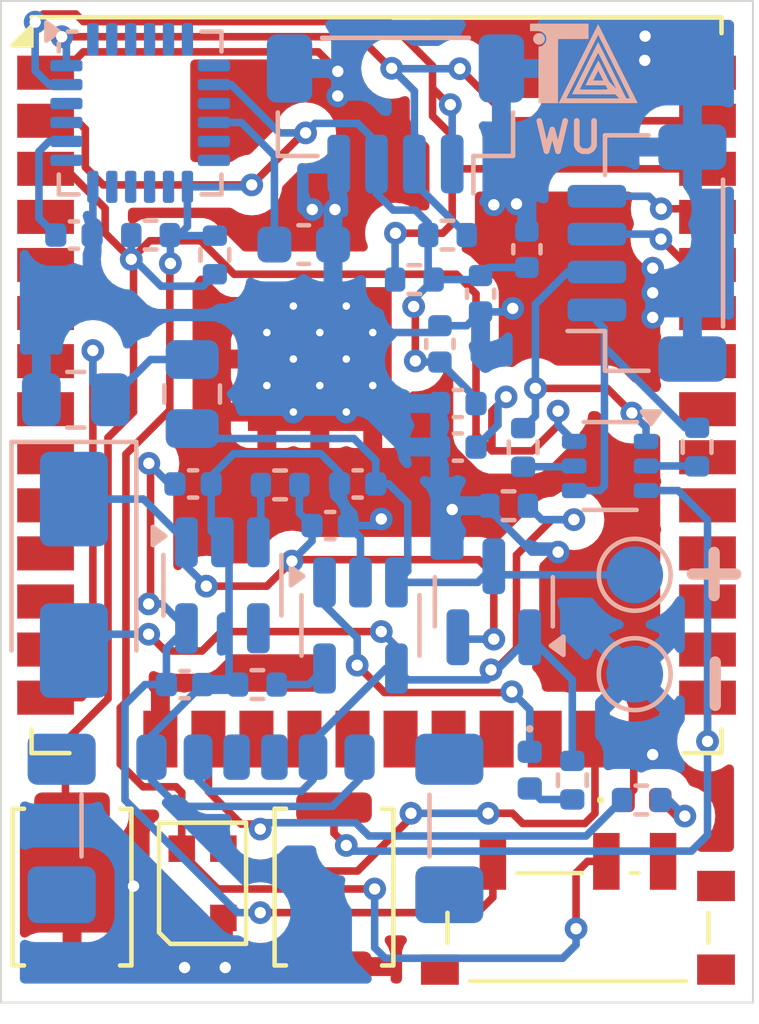
<source format=kicad_pcb>
(kicad_pcb (version 20240108) (generator "pcbnew") (generator_version "8.0")
  (layers (0 "F.Cu" signal) (31 "B.Cu" signal) (34 "B.Paste" user) (35 "F.Paste" user) (36 "B.SilkS" user "B.Silkscreen") (37 "F.SilkS" user "F.Silkscreen") (38 "B.Mask" user) (39 "F.Mask" user) (44 "Edge.Cuts" user))
  (net 0 "")
  (net 1 "+BATT")
  (net 2 "GND")
  (net 3 "Net-(D1-K)")
  (net 4 "+3V3")
  (net 5 "VBUS")
  (net 6 "Net-(U4-REGOUT)")
  (net 7 "Net-(U4-CPOUT)")
  (net 8 "Net-(D2-A)")
  (net 9 "Net-(D2-K)")
  (net 10 "EN")
  (net 11 "Net-(D4-A)")
  (net 13 "RGB_DI")
  (net 14 "DTR")
  (net 15 "RTS")
  (net 16 "TX")
  (net 17 "RX")
  (net 18 "SDA")
  (net 19 "SCL")
  (net 20 "Net-(Q2B-B2)")
  (net 21 "Net-(Q2A-B1)")
  (net 22 "0")
  (net 23 "Net-(U1-EN)")
  (net 24 "LED")
  (net 25 "Net-(U3-PROG)")
  (net 26 "SENSE")
  (net 77 "Net-(SW3-A)")
  (footprint "RF_Module:ESP32-WROOM-32U" (layer "F.Cu") (at 98.1 44.07)
    (property "Reference" "U2" (hide yes))
    (property "Value" "ESP32-WROOM-32U" (hide yes))
  )
  (footprint "Button_Switch_SMD:SW_Push_SPST_NO_Alps_SKRK" (layer "F.Cu") (at 90.05 57.33 90)
    (property "Reference" "SW1" (hide yes))
    (property "Value" "Reset" (hide yes))
  )
  (footprint "Button_Switch_SMD:SW_Push_SPST_NO_Alps_SKRK" (layer "F.Cu") (at 96.975 57.33 90)
    (property "Reference" "SW2" (hide yes))
    (property "Value" "Boot" (hide yes))
  )
  (footprint "LED_SMD:LED_WS2812B-2020_PLCC4_2.0x2.0mm" (layer "F.Cu") (at 93.5 57.23 90)
    (property "Reference" "D5" (hide yes))
    (property "Value" "WS2812B-2020" (hide yes))
  )
  (footprint "Button_Switch_SMD:SW_SPDT_PCM12" (layer "F.Cu") (at 103.425 58.08)
    (property "Reference" "SW3" (hide yes))
    (property "Value" "SW_SPDT" (hide yes))
  )
  (footprint "LED_SMD:LED_0402_1005Metric" (layer "F.Cu") (at 105.1175 55.03)
    (property "Reference" "D4" (hide yes))
    (property "Value" "LED" (hide yes))
  )
  (footprint "Capacitor_SMD:C_0402_1005Metric" (layer "B.Cu") (at 100.25 44.555 180)
    (property "Reference" "C7" (hide yes))
    (property "Value" "10uF" (hide yes))
  )
  (footprint "Resistor_SMD:R_0402_1005Metric" (layer "B.Cu") (at 92.125 40.105 180)
    (property "Reference" "R13" (hide yes))
    (property "Value" "5.1K" (hide yes))
  )
  (footprint "Resistor_SMD:R_0805_2012Metric" (layer "B.Cu") (at 93.225 44.305 90)
    (property "Reference" "R11" (hide yes))
    (property "Value" "442K" (hide yes))
  )
  (footprint "Resistor_SMD:R_0402_1005Metric" (layer "B.Cu") (at 101.59 47.255 180)
    (property "Reference" "R1" (hide yes))
    (property "Value" "100K" (hide yes))
  )
  (footprint "Capacitor_SMD:C_0402_1005Metric" (layer "B.Cu") (at 97.6 46.68 180)
    (property "Reference" "C5" (hide yes))
    (property "Value" "10uF" (hide yes))
  )
  (footprint "Capacitor_SMD:C_0402_1005Metric" (layer "B.Cu") (at 96.875 47.78)
    (property "Reference" "C1" (hide yes))
    (property "Value" "10uF" (hide yes))
  )
  (footprint "Capacitor_SMD:C_0402_1005Metric" (layer "B.Cu") (at 90.1 40.105)
    (property "Reference" "C8" (hide yes))
    (property "Value" "0.1uF" (hide yes))
  )
  (footprint "Resistor_SMD:R_0402_1005Metric" (layer "B.Cu") (at 99.975 40.105)
    (property "Reference" "R10" (hide yes))
    (property "Value" "5.1K" (hide yes))
  )
  (footprint "TestPoint:TestPoint_Pad_D1.5mm" (layer "B.Cu") (at 104.925 51.705 -90)
    (property "Reference" "TP2" (hide yes))
    (property "Value" "BAT-" (hide yes))
  )
  (footprint "TestPoint:TestPoint_Pad_D1.5mm" (layer "B.Cu") (at 104.925 49.08 -90)
    (property "Reference" "TP1" (hide yes))
    (property "Value" "BAT+" (hide yes))
  )
  (footprint "Capacitor_SMD:C_0402_1005Metric" (layer "B.Cu") (at 100.25 45.705 180)
    (property "Reference" "C11" (hide yes))
    (property "Value" "10uF" (hide yes))
  )
  (footprint "Resistor_SMD:R_0402_1005Metric" (layer "B.Cu") (at 105.1 55.03)
    (property "Reference" "R8" (hide yes))
    (property "Value" "5.1k" (hide yes))
  )
  (footprint "Capacitor_SMD:C_0402_1005Metric" (layer "B.Cu") (at 93.025 51.98)
    (property "Reference" "C3" (hide yes))
    (property "Value" "10uF" (hide yes))
  )
  (footprint "Resistor_SMD:R_0402_1005Metric" (layer "B.Cu") (at 95.55 46.705 180)
    (property "Reference" "R4" (hide yes))
    (property "Value" "100K" (hide yes))
  )
  (footprint "Connector_USB:USB_C_Receptacle_GCT_USB4135-GF-A_6P_TopMnt_Horizontal" (layer "B.Cu") (at 94.9 56.93 180)
    (property "Reference" "J3" (hide yes))
    (property "Value" "USB_C_Receptacle_PowerOnly_6P" (hide yes))
  )
  (footprint "Capacitor_SMD:C_0402_1005Metric" (layer "B.Cu") (at 99.775 42.98 90)
    (property "Reference" "C10" (hide yes))
    (property "Value" "10uF" (hide yes))
  )
  (footprint "Capacitor_SMD:C_0402_1005Metric" (layer "B.Cu") (at 100.85 41.655 -90)
    (property "Reference" "C9" (hide yes))
    (property "Value" "10uF" (hide yes))
  )
  (footprint "Resistor_SMD:R_0402_1005Metric" (layer "B.Cu") (at 93.825 40.63 -90)
    (property "Reference" "R5" (hide yes))
    (property "Value" "10K" (hide yes))
  )
  (footprint "Package_TO_SOT_SMD:SOT-363_SC-70-6" (layer "B.Cu") (at 104.275 46.205 180)
    (property "Reference" "Q2" (hide yes))
    (property "Value" "MBT3904DW1" (hide yes))
  )
  (footprint "Resistor_SMD:R_0402_1005Metric" (layer "B.Cu") (at 103.275 54.505 -90)
    (property "Reference" "R6" (hide yes))
    (property "Value" "5.1K" (hide yes))
  )
  (footprint "Capacitor_SMD:C_0603_1608Metric" (layer "B.Cu") (at 96.175 40.355 180)
    (property "Reference" "C6" (hide yes))
    (property "Value" "2.2nF" (hide yes))
  )
  (footprint "Resistor_SMD:R_0402_1005Metric" (layer "B.Cu") (at 101.975 45.715 -90)
    (property "Reference" "R3" (hide yes))
    (property "Value" "10K" (hide yes))
  )
  (footprint "LOGO" (layer "B.Cu") (at 103.659116 35.544616 180)
    (property "Reference" "G***" (hide yes))
    (property "Value" "LOGO" (hide yes))
  )
  (footprint "Resistor_SMD:R_0805_2012Metric" (layer "B.Cu") (at 90.15 44.455 180)
    (property "Reference" "R12" (hide yes))
    (property "Value" "160K" (hide yes))
  )
  (footprint "Connector_JST:JST_SH_BM04B-SRSS-TB_1x04-1MP_P1.00mm_Vertical" (layer "B.Cu") (at 98.6 36.905 180)
    (property "Reference" "J2" (hide yes))
    (property "Value" "SH1.0" (hide yes))
  )
  (footprint "Sensor_Motion:InvenSense_QFN-24_4x4mm_P0.5mm_NoMask" (layer "B.Cu") (at 91.85 36.88 -90)
    (property "Reference" "U4" (hide yes))
    (property "Value" "MPU-6050" (hide yes))
  )
  (footprint "Capacitor_SMD:C_0402_1005Metric" (layer "B.Cu") (at 93.25 46.68)
    (property "Reference" "C2" (hide yes))
    (property "Value" "10uF" (hide yes))
  )
  (footprint "Package_TO_SOT_SMD:SOT-23" (layer "B.Cu") (at 101.2 49.7925 90)
    (property "Reference" "Q1" (hide yes))
    (property "Value" "AO3401A" (hide yes))
  )
  (footprint "Capacitor_SMD:C_0402_1005Metric" (layer "B.Cu") (at 102.075 40.48 90)
    (property "Reference" "C4" (hide yes))
    (property "Value" "10uF" (hide yes))
  )
  (footprint "Package_TO_SOT_SMD:SOT-23-5" (layer "B.Cu") (at 94.025 49.355 -90)
    (property "Reference" "U1" (hide yes))
    (property "Value" "AP2112K-3.3" (hide yes))
  )
  (footprint "Resistor_SMD:R_0402_1005Metric" (layer "B.Cu") (at 94.95 51.98 180)
    (property "Reference" "R9" (hide yes))
    (property "Value" "5.1K" (hide yes))
  )
  (footprint "Resistor_SMD:R_0402_1005Metric" (layer "B.Cu") (at 99.1 41.28 180)
    (property "Reference" "R7" (hide yes))
    (property "Value" "5.1K" (hide yes))
  )
  (footprint "Resistor_SMD:R_0402_1005Metric" (layer "B.Cu") (at 106.575 45.705 -90)
    (property "Reference" "R2" (hide yes))
    (property "Value" "10K" (hide yes))
  )
  (footprint "Package_TO_SOT_SMD:SOT-23-5" (layer "B.Cu") (at 97.675 50.4175 -90)
    (property "Reference" "U3" (hide yes))
    (property "Value" "MCP73831-2-OT" (hide yes))
  )
  (footprint "Connector_JST:JST_SH_BM04B-SRSS-TB_1x04-1MP_P1.00mm_Vertical" (layer "B.Cu") (at 105.25 40.58 90)
    (property "Reference" "J1" (hide yes))
    (property "Value" "SH1.0" (hide yes))
  )
  (footprint "LED_SMD:LED_0402_1005Metric" (layer "B.Cu") (at 102.15 54.24 -90)
    (property "Reference" "D2" (hide yes))
    (property "Value" "LED" (hide yes))
  )
  (footprint "Diode_SMD:D_SMA" (layer "B.Cu") (at 90.1 49.08 -90)
    (property "Reference" "D1" (hide yes))
    (property "Value" "SS54" (hide yes))
  )
  (gr_line (start 108.05 33.92) (end 108.05 60.38) (stroke (width 0.05)) (layer "Edge.Cuts"))
  (gr_line (start 88.17 60.38) (end 108.05 60.38) (stroke (width 0.05)) (layer "Edge.Cuts"))
  (gr_line (start 108.05 33.92) (end 88.17 33.92) (stroke (width 0.05)) (layer "Edge.Cuts"))
  (gr_line (start 88.17 33.92) (end 88.17 60.38) (stroke (width 0.05)) (layer "Edge.Cuts"))
  (gr_text "UW" (at 104.14 37.995 0) (layer "B.SilkS") (effects (font (size 0.8 0.8) (thickness 0.15) (bold yes)) (justify left bottom mirror)))
  (gr_text "+" (at 108.15 49.83 0) (layer "B.SilkS") (effects (font (size 1.5 1.5) (thickness 0.3) (bold yes)) (justify left bottom mirror)))
  (gr_text "-" (at 107.825 50.83 90) (layer "B.SilkS") (effects (font (size 1.5 1.5) (thickness 0.3) (bold yes)) (justify left bottom mirror)))
  (segment (start 98.425 46.68) (end 98.08 46.68) (width 0.2) (layer "B.Cu") (net 1))
  (segment (start 100.775 49.28) (end 98.625 49.28) (width 0.2) (layer "B.Cu") (net 1))
  (segment (start 98.925 47.18) (end 98.425 46.68) (width 0.2) (layer "B.Cu") (net 1))
  (segment (start 101.2 48.855) (end 100.775 49.28) (width 0.2) (layer "B.Cu") (net 1))
  (segment (start 98.925 48.98) (end 98.925 47.18) (width 0.2) (layer "B.Cu") (net 1))
  (segment (start 101.425 49.08) (end 101.2 48.855) (width 0.2) (layer "B.Cu") (net 1))
  (segment (start 98.08 46.06) (end 98.08 46.68) (width 0.2) (layer "B.Cu") (net 1))
  (segment (start 93.4875 45.48) (end 97.5 45.48) (width 0.2) (layer "B.Cu") (net 1))
  (segment (start 98.625 49.28) (end 98.925 48.98) (width 0.2) (layer "B.Cu") (net 1))
  (segment (start 93.225 45.2175) (end 93.4875 45.48) (width 0.2) (layer "B.Cu") (net 1))
  (segment (start 97.5 45.48) (end 98.08 46.06) (width 0.2) (layer "B.Cu") (net 1))
  (segment (start 104.925 49.08) (end 101.425 49.08) (width 0.2) (layer "B.Cu") (net 1))
  (segment (start 104.9 54.7625) (end 104.6325 55.03) (width 0.2) (layer "F.Cu") (net 2))
  (segment (start 96.559998 35.264998) (end 97.075 35.78) (width 0.2) (layer "F.Cu") (net 2))
  (segment (start 89.35 35.815) (end 89.798527 35.815) (width 0.2) (layer "F.Cu") (net 2))
  (segment (start 102.9 49.68) (end 104.925 51.705) (width 0.2) (layer "F.Cu") (net 2))
  (segment (start 104.9 51.73) (end 104.9 54.7625) (width 0.2) (layer "F.Cu") (net 2))
  (segment (start 102.9 48.48) (end 102.9 49.68) (width 0.2) (layer "F.Cu") (net 2))
  (segment (start 89.798527 35.815) (end 90.348529 35.264998) (width 0.2) (layer "F.Cu") (net 2))
  (segment (start 90.348529 35.264998) (end 96.559998 35.264998) (width 0.2) (layer "F.Cu") (net 2))
  (segment (start 104.925 51.705) (end 104.9 51.73) (width 0.2) (layer "F.Cu") (net 2))
  (via (at 102.9 48.48) (size 0.6) (drill 0.3) (layers "F.Cu" "B.Cu") (net 2))
  (via (at 100.1 47.355) (size 0.6) (drill 0.3) (layers "F.Cu" "B.Cu") (net 2))
  (via (at 101.2 39.305) (size 0.6) (drill 0.3) (layers "F.Cu" "B.Cu") (net 2))
  (via (at 98.225 47.605) (size 0.6) (drill 0.3) (layers "F.Cu" "B.Cu") (net 2))
  (via (at 97.075 36.43) (size 0.6) (drill 0.3) (layers "F.Cu" "B.Cu") (net 2))
  (via (at 105.4 42.28) (size 0.6) (drill 0.3) (layers "F.Cu" "B.Cu") (net 2))
  (via (at 105.4 40.98) (size 0.6) (drill 0.3) (layers "F.Cu" "B.Cu") (net 2))
  (via (at 97.075 35.78) (size 0.6) (drill 0.3) (layers "F.Cu" "B.Cu") (net 2))
  (via (at 105.4 53.83) (size 0.6) (drill 0.3) (layers "F.Cu" "B.Cu") (net 2))
  (via (at 101.7 42.042267) (size 0.6) (drill 0.3) (layers "F.Cu" "B.Cu") (net 2))
  (via (at 101.8 39.28) (size 0.6) (drill 0.3) (layers "F.Cu" "B.Cu") (net 2))
  (via (at 105.4 41.63) (size 0.6) (drill 0.3) (layers "F.Cu" "B.Cu") (net 2))
  (via (at 91.675 57.305) (size 0.6) (drill 0.3) (layers "F.Cu" "B.Cu") (net 2))
  (via (at 97 39.43) (size 0.6) (drill 0.3) (layers "F.Cu" "B.Cu") (net 2))
  (via (at 105.2 34.85) (size 0.6) (drill 0.3) (layers "F.Cu" "B.Cu") (net 2))
  (via (at 94.1 59.455) (size 0.6) (drill 0.3) (layers "F.Cu" "B.Cu") (net 2))
  (via (at 93.025 59.455) (size 0.6) (drill 0.3) (layers "F.Cu" "B.Cu") (net 2))
  (via (at 105.19 35.49) (size 0.6) (drill 0.3) (layers "F.Cu" "B.Cu") (net 2))
  (via (at 96.4 39.43) (size 0.6) (drill 0.3) (layers "F.Cu" "B.Cu") (net 2))
  (segment (start 96.9325 55.1975) (end 97.65 54.48) (width 0.2) (layer "B.Cu") (net 2))
  (segment (start 93.73 46.68) (end 93.73 46.475) (width 0.2) (layer "B.Cu") (net 2))
  (segment (start 99.775 42.5) (end 100.485 42.5) (width 0.2) (layer "B.Cu") (net 2))
  (segment (start 96.625 45.88) (end 97.12 46.375) (width 0.2) (layer "B.Cu") (net 2))
  (segment (start 97.12 46.375) (end 97.12 46.68) (width 0.2) (layer "B.Cu") (net 2))
  (segment (start 97.675 48.1) (end 97.355 47.78) (width 0.2) (layer "B.Cu") (net 2))
  (segment (start 99.775 42.5) (end 99.595 42.68) (width 0.2) (layer "B.Cu") (net 2))
  (segment (start 94.2 48.3925) (end 94.025 48.2175) (width 0.2) (layer "B.Cu") (net 2))
  (segment (start 92.15 53.335) (end 93.505 51.98) (width 0.2) (layer "B.Cu") (net 2))
  (segment (start 99.595 42.68) (end 98 42.68) (width 0.2) (layer "B.Cu") (net 2))
  (segment (start 102.203052 48.48) (end 101.078052 47.355) (width 0.2) (layer "B.Cu") (net 2))
  (segment (start 93.73 46.475) (end 94.325 45.88) (width 0.2) (layer "B.Cu") (net 2))
  (segment (start 93.73 47.9225) (end 94.025 48.2175) (width 0.2) (layer "B.Cu") (net 2))
  (segment (start 101.607267 42.135) (end 101.7 42.042267) (width 0.2) (layer "B.Cu") (net 2))
  (segment (start 93.73 46.68) (end 93.73 47.9225) (width 0.2) (layer "B.Cu") (net 2))
  (segment (start 92.15 53.8975) (end 92.15 54.4975) (width 0.2) (layer "B.Cu") (net 2))
  (segment (start 97.65 54.48) (end 97.65 53.8975) (width 0.2) (layer "B.Cu") (net 2))
  (segment (start 92.15 53.8975) (end 92.15 53.335) (width 0.2) (layer "B.Cu") (net 2))
  (segment (start 100.85 42.135) (end 101.607267 42.135) (width 0.2) (layer "B.Cu") (net 2))
  (segment (start 98.05 47.78) (end 98.225 47.605) (width 0.2) (layer "B.Cu") (net 2))
  (segment (start 92.15 54.4975) (end 92.85 55.1975) (width 0.2) (layer "B.Cu") (net 2))
  (segment (start 101.078052 47.355) (end 100.1 47.355) (width 0.2) (layer "B.Cu") (net 2))
  (segment (start 97.675 49.28) (end 97.675 48.1) (width 0.2) (layer "B.Cu") (net 2))
  (segment (start 94.44 51.98) (end 94.2 51.74) (width 0.2) (layer "B.Cu") (net 2))
  (segment (start 94.2 51.74) (end 94.2 48.3925) (width 0.2) (layer "B.Cu") (net 2))
  (segment (start 90.6 40.085) (end 90.58 40.105) (width 0.2) (layer "B.Cu") (net 2))
  (segment (start 102.9 48.48) (end 102.203052 48.48) (width 0.2) (layer "B.Cu") (net 2))
  (segment (start 92.85 55.1975) (end 96.9325 55.1975) (width 0.2) (layer "B.Cu") (net 2))
  (segment (start 97.355 47.78) (end 98.05 47.78) (width 0.2) (layer "B.Cu") (net 2))
  (segment (start 100.485 42.5) (end 100.85 42.135) (width 0.2) (layer "B.Cu") (net 2))
  (segment (start 94.325 45.88) (end 96.625 45.88) (width 0.2) (layer "B.Cu") (net 2))
  (segment (start 90.6 38.83) (end 90.6 40.085) (width 0.2) (layer "B.Cu") (net 2))
  (segment (start 93.6 49.38) (end 95.2 49.38) (width 0.2) (layer "F.Cu") (net 3))
  (segment (start 95.2 49.38) (end 95.8625 48.7175) (width 0.2) (layer "F.Cu") (net 3))
  (segment (start 95.8625 48.7175) (end 95.9 48.68) (width 0.2) (layer "F.Cu") (net 3))
  (segment (start 101.2 49.08) (end 100.8 48.68) (width 0.2) (layer "F.Cu") (net 3))
  (segment (start 101.2 50.78) (end 101.2 49.08) (width 0.2) (layer "F.Cu") (net 3))
  (segment (start 100.8 48.68) (end 95.9 48.68) (width 0.2) (layer "F.Cu") (net 3))
  (via (at 101.2 50.78) (size 0.6) (drill 0.3) (layers "F.Cu" "B.Cu") (net 3))
  (via (at 95.8625 48.7175) (size 0.6) (drill 0.3) (layers "F.Cu" "B.Cu") (net 3))
  (via (at 93.6 49.38) (size 0.6) (drill 0.3) (layers "F.Cu" "B.Cu") (net 3))
  (segment (start 93.6 49.38) (end 93.075 48.855) (width 0.2) (layer "B.Cu") (net 3))
  (segment (start 96.395 47.78) (end 96.395 48.185) (width 0.2) (layer "B.Cu") (net 3))
  (segment (start 90.1 47.08) (end 91.9375 47.08) (width 0.2) (layer "B.Cu") (net 3))
  (segment (start 101.2 50.78) (end 100.3 50.78) (width 0.2) (layer "B.Cu") (net 3))
  (segment (start 96.06 47.445) (end 96.395 47.78) (width 0.2) (layer "B.Cu") (net 3))
  (segment (start 96.395 48.185) (end 95.8625 48.7175) (width 0.2) (layer "B.Cu") (net 3))
  (segment (start 91.9375 47.08) (end 93.075 48.2175) (width 0.2) (layer "B.Cu") (net 3))
  (segment (start 93.075 48.855) (end 93.075 48.2175) (width 0.2) (layer "B.Cu") (net 3))
  (segment (start 96.06 46.705) (end 96.06 47.445) (width 0.2) (layer "B.Cu") (net 3))
  (segment (start 100.3 50.78) (end 100.25 50.73) (width 0.2) (layer "B.Cu") (net 3))
  (segment (start 90.4 38.309314) (end 90.4 37.305) (width 0.2) (layer "F.Cu") (net 4))
  (segment (start 92.8 54.68) (end 91.925 54.68) (width 0.2) (layer "F.Cu") (net 4))
  (segment (start 91.475 52.445686) (end 91.475 45.8925) (width 0.2) (layer "F.Cu") (net 4))
  (segment (start 90.18 37.085) (end 89.35 37.085) (width 0.2) (layer "F.Cu") (net 4))
  (segment (start 92.635 44.7325) (end 92.635 40.87) (width 0.2) (layer "F.Cu") (net 4))
  (segment (start 104.175 56.65) (end 103.68 56.65) (width 0.2) (layer "F.Cu") (net 4))
  (segment (start 91.925 54.68) (end 91.325 54.08) (width 0.2) (layer "F.Cu") (net 4))
  (segment (start 90.870686 38.78) (end 90.4 38.309314) (width 0.2) (layer "F.Cu") (net 4))
  (segment (start 96.175 37.405) (end 94.8 38.78) (width 0.2) (layer "F.Cu") (net 4))
  (segment (start 91.325 52.595686) (end 91.475 52.445686) (width 0.2) (layer "F.Cu") (net 4))
  (segment (start 92.95 54.83) (end 92.8 54.68) (width 0.2) (layer "F.Cu") (net 4))
  (segment (start 99.125 43.43) (end 99.125 42.035537) (width 0.2) (layer "F.Cu") (net 4))
  (segment (start 91.325 54.08) (end 91.325 52.595686) (width 0.2) (layer "F.Cu") (net 4))
  (segment (start 103.375 56.955) (end 103.375 58.43) (width 0.2) (layer "F.Cu") (net 4))
  (segment (start 103.68 56.65) (end 103.375 56.955) (width 0.2) (layer "F.Cu") (net 4))
  (segment (start 91.475 45.8925) (end 92.635 44.7325) (width 0.2) (layer "F.Cu") (net 4))
  (segment (start 90.4 37.305) (end 90.18 37.085) (width 0.2) (layer "F.Cu") (net 4))
  (segment (start 92.635 40.87) (end 92.65 40.855) (width 0.2) (layer "F.Cu") (net 4))
  (segment (start 92.95 56.43) (end 93.9 57.38) (width 0.2) (layer "F.Cu") (net 4))
  (segment (start 96.225 37.405) (end 96.175 37.405) (width 0.2) (layer "F.Cu") (net 4))
  (segment (start 93.9 57.38) (end 98.05 57.38) (width 0.2) (layer "F.Cu") (net 4))
  (segment (start 99.125 42.035537) (end 99.081285 41.991822) (width 0.2) (layer "F.Cu") (net 4))
  (segment (start 94.8 38.78) (end 90.870686 38.78) (width 0.2) (layer "F.Cu") (net 4))
  (segment (start 92.95 56.315) (end 92.95 54.83) (width 0.2) (layer "F.Cu") (net 4))
  (segment (start 92.95 56.315) (end 92.95 56.43) (width 0.2) (layer "F.Cu") (net 4))
  (via (at 99.081285 41.991822) (size 0.6) (drill 0.3) (layers "F.Cu" "B.Cu") (net 4))
  (via (at 92.65 40.855) (size 0.6) (drill 0.3) (layers "F.Cu" "B.Cu") (net 4))
  (via (at 103.375 58.43) (size 0.6) (drill 0.3) (layers "F.Cu" "B.Cu") (net 4))
  (via (at 98.05 57.38) (size 0.6) (drill 0.3) (layers "F.Cu" "B.Cu") (net 4))
  (via (at 96.225 37.405) (size 0.6) (drill 0.3) (layers "F.Cu" "B.Cu") (net 4))
  (via (at 94.8 38.78) (size 0.6) (drill 0.3) (layers "F.Cu" "B.Cu") (net 4))
  (via (at 99.125 43.43) (size 0.6) (drill 0.3) (layers "F.Cu" "B.Cu") (net 4))
  (segment (start 92.65 40.12) (end 92.635 40.105) (width 0.2) (layer "B.Cu") (net 4))
  (segment (start 94.25741 36.13) (end 93.8 36.13) (width 0.2) (layer "B.Cu") (net 4))
  (segment (start 94.75 38.83) (end 94.8 38.78) (width 0.2) (layer "B.Cu") (net 4))
  (segment (start 95.53241 37.405) (end 94.25741 36.13) (width 0.2) (layer "B.Cu") (net 4))
  (segment (start 98.1 39.004999) (end 98.540344 39.445343) (width 0.2) (layer "B.Cu") (net 4))
  (segment (start 92.875 40.105) (end 92.635 40.105) (width 0.2) (layer "B.Cu") (net 4))
  (segment (start 98.1 37.655) (end 98.1 38.23) (width 0.2) (layer "B.Cu") (net 4))
  (segment (start 103.375 58.43) (end 103.375 58.855) (width 0.2) (layer "B.Cu") (net 4))
  (segment (start 103.375 58.855) (end 103.02 59.21) (width 0.2) (layer "B.Cu") (net 4))
  (segment (start 102.075 40.96) (end 101.065 40.96) (width 0.2) (layer "B.Cu") (net 4))
  (segment (start 92.65 40.855) (end 92.65 40.12) (width 0.2) (layer "B.Cu") (net 4))
  (segment (start 96.225 37.405) (end 95.53241 37.405) (width 0.2) (layer "B.Cu") (net 4))
  (segment (start 101.065 40.96) (end 100.85 41.175) (width 0.2) (layer "B.Cu") (net 4))
  (segment (start 96.475 37.155) (end 97.6 37.155) (width 0.2) (layer "B.Cu") (net 4))
  (segment (start 99.081285 41.808715) (end 99.61 41.28) (width 0.2) (layer "B.Cu") (net 4))
  (segment (start 100.73 44.415) (end 99.775 43.46) (width 0.2) (layer "B.Cu") (net 4))
  (segment (start 98.540344 39.445343) (end 99.125342 39.445343) (width 0.2) (layer "B.Cu") (net 4))
  (segment (start 93.1 39.88) (end 92.875 40.105) (width 0.2) (layer "B.Cu") (net 4))
  (segment (start 99.465 39.785001) (end 99.465 40.105) (width 0.2) (layer "B.Cu") (net 4))
  (segment (start 93.825 40.12) (end 92.65 40.12) (width 0.2) (layer "B.Cu") (net 4))
  (segment (start 98.33 59.21) (end 98.05 58.93) (width 0.2) (layer "B.Cu") (net 4))
  (segment (start 98.05 58.93) (end 98.05 57.38) (width 0.2) (layer "B.Cu") (net 4))
  (segment (start 100.745 41.28) (end 100.85 41.175) (width 0.2) (layer "B.Cu") (net 4))
  (segment (start 99.465 40.105) (end 99.465 41.135) (width 0.2) (layer "B.Cu") (net 4))
  (segment (start 96.225 37.405) (end 96.475 37.155) (width 0.2) (layer "B.Cu") (net 4))
  (segment (start 103.02 59.21) (end 98.33 59.21) (width 0.2) (layer "B.Cu") (net 4))
  (segment (start 100.73 44.555) (end 100.73 44.415) (width 0.2) (layer "B.Cu") (net 4))
  (segment (start 93.1 38.83) (end 94.75 38.83) (width 0.2) (layer "B.Cu") (net 4))
  (segment (start 98.1 38.23) (end 98.1 39.004999) (width 0.2) (layer "B.Cu") (net 4))
  (segment (start 97.6 37.155) (end 98.1 37.655) (width 0.2) (layer "B.Cu") (net 4))
  (segment (start 99.155 43.46) (end 99.125 43.43) (width 0.2) (layer "B.Cu") (net 4))
  (segment (start 93.1 38.83) (end 93.1 39.88) (width 0.2) (layer "B.Cu") (net 4))
  (segment (start 99.465 41.135) (end 99.61 41.28) (width 0.2) (layer "B.Cu") (net 4))
  (segment (start 99.081285 41.991822) (end 99.081285 41.808715) (width 0.2) (layer "B.Cu") (net 4))
  (segment (start 99.775 43.46) (end 99.155 43.46) (width 0.2) (layer "B.Cu") (net 4))
  (segment (start 99.125342 39.445343) (end 99.465 39.785001) (width 0.2) (layer "B.Cu") (net 4))
  (segment (start 99.61 41.28) (end 100.745 41.28) (width 0.2) (layer "B.Cu") (net 4))
  (segment (start 101.8 51.028529) (end 101.237987 51.590542) (width 0.2) (layer "F.Cu") (net 5))
  (segment (start 93.4875 51.0925) (end 92.51796 51.0925) (width 0.2) (layer "F.Cu") (net 5))
  (segment (start 98.225 50.58) (end 94 50.58) (width 0.2) (layer "F.Cu") (net 5))
  (segment (start 102.734099 47.622372) (end 101.8 48.556471) (width 0.2) (layer "F.Cu") (net 5))
  (segment (start 92.51796 51.0925) (end 92.075 50.64954) (width 0.2) (layer "F.Cu") (net 5))
  (segment (start 103.317161 47.622372) (end 102.734099 47.622372) (width 0.2) (layer "F.Cu") (net 5))
  (segment (start 101.8 48.556471) (end 101.8 51.028529) (width 0.2) (layer "F.Cu") (net 5))
  (segment (start 94 50.58) (end 93.4875 51.0925) (width 0.2) (layer "F.Cu") (net 5))
  (segment (start 101.237987 51.590542) (end 101.125 51.590542) (width 0.2) (layer "F.Cu") (net 5))
  (via (at 98.225 50.58) (size 0.6) (drill 0.3) (layers "F.Cu" "B.Cu") (net 5))
  (via (at 92.075 50.64954) (size 0.6) (drill 0.3) (layers "F.Cu" "B.Cu") (net 5))
  (via (at 101.125 51.590542) (size 0.6) (drill 0.3) (layers "F.Cu" "B.Cu") (net 5))
  (via (at 103.317161 47.622372) (size 0.6) (drill 0.3) (layers "F.Cu" "B.Cu") (net 5))
  (segment (start 98.925 51.855) (end 101.025 51.855) (width 0.2) (layer "B.Cu") (net 5))
  (segment (start 101.025 51.855) (end 102.15 50.73) (width 0.2) (layer "B.Cu") (net 5))
  (segment (start 91.05546 50.64954) (end 90.625 51.08) (width 0.2) (layer "B.Cu") (net 5))
  (segment (start 98.625 51.555) (end 98.925 51.855) (width 0.2) (layer "B.Cu") (net 5))
  (segment (start 103.275 53.995) (end 103.275 51.855) (width 0.2) (layer "B.Cu") (net 5))
  (segment (start 93.38 53.8975) (end 93.38 54.4975) (width 0.2) (layer "B.Cu") (net 5))
  (segment (start 90.625 51.08) (end 90.1 51.08) (width 0.2) (layer "B.Cu") (net 5))
  (segment (start 96.42 53.485) (end 96.42 53.8975) (width 0.2) (layer "B.Cu") (net 5))
  (segment (start 96.12 54.7975) (end 96.42 54.4975) (width 0.2) (layer "B.Cu") (net 5))
  (segment (start 98.625 50.98) (end 98.625 51.555) (width 0.2) (layer "B.Cu") (net 5))
  (segment (start 92.075 50.64954) (end 91.05546 50.64954) (width 0.2) (layer "B.Cu") (net 5))
  (segment (start 98.625 51.555) (end 98.35 51.555) (width 0.2) (layer "B.Cu") (net 5))
  (segment (start 102.1 47.255) (end 102.467372 47.622372) (width 0.2) (layer "B.Cu") (net 5))
  (segment (start 102.467372 47.622372) (end 103.317161 47.622372) (width 0.2) (layer "B.Cu") (net 5))
  (segment (start 98.225 50.58) (end 98.625 50.98) (width 0.2) (layer "B.Cu") (net 5))
  (segment (start 93.38 54.4975) (end 93.68 54.7975) (width 0.2) (layer "B.Cu") (net 5))
  (segment (start 103.275 51.855) (end 102.15 50.73) (width 0.2) (layer "B.Cu") (net 5))
  (segment (start 98.35 51.555) (end 96.42 53.485) (width 0.2) (layer "B.Cu") (net 5))
  (segment (start 93.68 54.7975) (end 96.12 54.7975) (width 0.2) (layer "B.Cu") (net 5))
  (segment (start 96.42 54.4975) (end 96.42 53.8975) (width 0.2) (layer "B.Cu") (net 5))
  (segment (start 95.4 38.005) (end 95.4 40.355) (width 0.2) (layer "B.Cu") (net 6))
  (segment (start 93.8 37.13) (end 94.525 37.13) (width 0.2) (layer "B.Cu") (net 6))
  (segment (start 94.525 37.13) (end 95.4 38.005) (width 0.2) (layer "B.Cu") (net 6))
  (segment (start 89.175 39.66) (end 89.62 40.105) (width 0.2) (layer "B.Cu") (net 7))
  (segment (start 89.44259 37.63) (end 89.175 37.89759) (width 0.2) (layer "B.Cu") (net 7))
  (segment (start 89.175 37.89759) (end 89.175 39.66) (width 0.2) (layer "B.Cu") (net 7))
  (segment (start 89.9 37.63) (end 89.44259 37.63) (width 0.2) (layer "B.Cu") (net 7))
  (segment (start 102.44 55.015) (end 102.15 54.725) (width 0.2) (layer "B.Cu") (net 8))
  (segment (start 103.275 55.015) (end 102.44 55.015) (width 0.2) (layer "B.Cu") (net 8))
  (segment (start 101.67657 52.169998) (end 101.656026 52.190542) (width 0.2) (layer "F.Cu") (net 9))
  (segment (start 98.310542 52.190542) (end 97.588235 51.468235) (width 0.2) (layer "F.Cu") (net 9))
  (segment (start 101.656026 52.190542) (end 98.310542 52.190542) (width 0.2) (layer "F.Cu") (net 9))
  (via (at 97.588235 51.468235) (size 0.6) (drill 0.3) (layers "F.Cu" "B.Cu") (net 9))
  (via (at 101.67657 52.169998) (size 0.6) (drill 0.3) (layers "F.Cu" "B.Cu") (net 9))
  (segment (start 97.588235 50.743235) (end 97.588235 51.468235) (width 0.2) (layer "B.Cu") (net 9))
  (segment (start 102.15 52.643428) (end 101.67657 52.169998) (width 0.2) (layer "B.Cu") (net 9))
  (segment (start 96.725 49.88) (end 97.588235 50.743235) (width 0.2) (layer "B.Cu") (net 9))
  (segment (start 96.725 49.28) (end 96.725 49.88) (width 0.2) (layer "B.Cu") (net 9))
  (segment (start 101.67657 52.169998) (end 101.530002 52.316566) (width 0.2) (layer "B.Cu") (net 9))
  (segment (start 102.15 53.755) (end 102.15 52.643428) (width 0.2) (layer "B.Cu") (net 9))
  (segment (start 100.73 45.385) (end 100.73 41.66) (width 0.2) (layer "F.Cu") (net 10))
  (segment (start 91 52.355) (end 91 45.455) (width 0.2) (layer "F.Cu") (net 10))
  (segment (start 91.675 40.805) (end 91.615 40.745) (width 0.2) (layer "F.Cu") (net 10))
  (segment (start 101.525 44.38) (end 101.15 44.755) (width 0.2) (layer "F.Cu") (net 10))
  (segment (start 100.21 41.14) (end 94.335 41.14) (width 0.2) (layer "F.Cu") (net 10))
  (segment (start 102.9 45.128529) (end 102.223529 45.805) (width 0.2) (layer "F.Cu") (net 10))
  (segment (start 90.925 39.4) (end 90.925 40.055) (width 0.2) (layer "F.Cu") (net 10))
  (segment (start 91.675 44.78) (end 91.675 40.805) (width 0.2) (layer "F.Cu") (net 10))
  (segment (start 102.223529 45.805) (end 101.15 45.805) (width 0.2) (layer "F.Cu") (net 10))
  (segment (start 89.88 38.355) (end 90.925 39.4) (width 0.2) (layer "F.Cu") (net 10))
  (segment (start 102.9 44.755) (end 102.9 45.128529) (width 0.2) (layer "F.Cu") (net 10))
  (segment (start 90.05 55.23) (end 89.875 55.055) (width 0.2) (layer "F.Cu") (net 10))
  (segment (start 93.45 40.255) (end 92.105 40.255) (width 0.2) (layer "F.Cu") (net 10))
  (segment (start 100.73 41.66) (end 100.21 41.14) (width 0.2) (layer "F.Cu") (net 10))
  (segment (start 90.925 40.055) (end 91.615 40.745) (width 0.2) (layer "F.Cu") (net 10))
  (segment (start 94.335 41.14) (end 93.45 40.255) (width 0.2) (layer "F.Cu") (net 10))
  (segment (start 89.875 55.055) (end 89.875 53.48) (width 0.2) (layer "F.Cu") (net 10))
  (segment (start 101.15 45.805) (end 100.73 45.385) (width 0.2) (layer "F.Cu") (net 10))
  (segment (start 101.15 44.755) (end 101.15 45.805) (width 0.2) (layer "F.Cu") (net 10))
  (segment (start 89.35 38.355) (end 89.88 38.355) (width 0.2) (layer "F.Cu") (net 10))
  (segment (start 91 45.455) (end 91.675 44.78) (width 0.2) (layer "F.Cu") (net 10))
  (segment (start 89.875 53.48) (end 91 52.355) (width 0.2) (layer "F.Cu") (net 10))
  (segment (start 92.105 40.255) (end 91.615 40.745) (width 0.2) (layer "F.Cu") (net 10))
  (via (at 91.615 40.745) (size 0.6) (drill 0.3) (layers "F.Cu" "B.Cu") (net 10))
  (via (at 102.9 44.755) (size 0.6) (drill 0.3) (layers "F.Cu" "B.Cu") (net 10))
  (via (at 101.525 44.38) (size 0.6) (drill 0.3) (layers "F.Cu" "B.Cu") (net 10))
  (segment (start 93.51 41.455) (end 93.825 41.14) (width 0.2) (layer "B.Cu") (net 10))
  (segment (start 101.31 44.595) (end 101.31 45.125) (width 0.2) (layer "B.Cu") (net 10))
  (segment (start 91.615 40.668529) (end 92.401471 41.455) (width 0.2) (layer "B.Cu") (net 10))
  (segment (start 91.615 40.105) (end 91.615 40.668529) (width 0.2) (layer "B.Cu") (net 10))
  (segment (start 92.401471 41.455) (end 93.51 41.455) (width 0.2) (layer "B.Cu") (net 10))
  (segment (start 91.615 40.745) (end 91.615 40.105) (width 0.2) (layer "B.Cu") (net 10))
  (segment (start 101.525 44.38) (end 101.31 44.595) (width 0.2) (layer "B.Cu") (net 10))
  (segment (start 102.9 44.755) (end 102.9 45.13) (width 0.2) (layer "B.Cu") (net 10))
  (segment (start 102.9 45.13) (end 103.325 45.555) (width 0.2) (layer "B.Cu") (net 10))
  (segment (start 101.31 45.125) (end 100.73 45.705) (width 0.2) (layer "B.Cu") (net 10))
  (segment (start 106.25 55.453486) (end 106.025986 55.453486) (width 0.2) (layer "F.Cu") (net 11))
  (segment (start 106.025986 55.453486) (end 105.6025 55.03) (width 0.2) (layer "F.Cu") (net 11))
  (via (at 106.25 55.453486) (size 0.6) (drill 0.3) (layers "F.Cu" "B.Cu") (net 11))
  (segment (start 105.826514 55.03) (end 106.25 55.453486) (width 0.2) (layer "B.Cu") (net 11))
  (segment (start 105.61 55.03) (end 105.826514 55.03) (width 0.2) (layer "B.Cu") (net 11))
  (segment (start 99.01 55.38) (end 99.01 55.493529) (width 0.2) (layer "F.Cu") (net 13))
  (segment (start 101.693052 55.38) (end 101.963052 55.65) (width 0.2) (layer "F.Cu") (net 13))
  (segment (start 97.598529 56.905) (end 94.64 56.905) (width 0.2) (layer "F.Cu") (net 13))
  (segment (start 103.875 55.381948) (end 103.875 53.48) (width 0.2) (layer "F.Cu") (net 13))
  (segment (start 101.963052 55.65) (end 103.606948 55.65) (width 0.2) (layer "F.Cu") (net 13))
  (segment (start 103.606948 55.65) (end 103.875 55.381948) (width 0.2) (layer "F.Cu") (net 13))
  (segment (start 94.64 56.905) (end 94.05 56.315) (width 0.2) (layer "F.Cu") (net 13))
  (segment (start 103.875 53.48) (end 103.815 53.42) (width 0.2) (layer "F.Cu") (net 13))
  (segment (start 101.05 55.38) (end 101.693052 55.38) (width 0.2) (layer "F.Cu") (net 13))
  (segment (start 99.01 55.493529) (end 97.598529 56.905) (width 0.2) (layer "F.Cu") (net 13))
  (via (at 99.01 55.38) (size 0.6) (drill 0.3) (layers "F.Cu" "B.Cu") (net 13))
  (via (at 101.05 55.38) (size 0.6) (drill 0.3) (layers "F.Cu" "B.Cu") (net 13))
  (segment (start 101.05 55.38) (end 99.01 55.38) (width 0.2) (layer "B.Cu") (net 13))
  (segment (start 103.325 46.855) (end 104 46.855) (width 0.2) (layer "B.Cu") (net 14))
  (segment (start 104.125 43.064999) (end 104.125 42.58) (width 0.2) (layer "B.Cu") (net 14))
  (segment (start 106.575 45.195) (end 106.255001 45.195) (width 0.2) (layer "B.Cu") (net 14))
  (segment (start 104.125 42.58) (end 103.925 42.38) (width 0.2) (layer "B.Cu") (net 14))
  (segment (start 106.255001 45.195) (end 104.125 43.064999) (width 0.2) (layer "B.Cu") (net 14))
  (segment (start 104 46.855) (end 104.125 46.73) (width 0.2) (layer "B.Cu") (net 14))
  (segment (start 103.925 42.38) (end 103.925 42.08) (width 0.2) (layer "B.Cu") (net 14))
  (segment (start 104.125 46.73) (end 104.125 43.064999) (width 0.2) (layer "B.Cu") (net 14))
  (segment (start 104.2 44.155) (end 102.3 44.155) (width 0.2) (layer "F.Cu") (net 15))
  (segment (start 104.85 44.805) (end 104.2 44.155) (width 0.2) (layer "F.Cu") (net 15))
  (via (at 104.85 44.805) (size 0.6) (drill 0.3) (layers "F.Cu" "B.Cu") (net 15))
  (via (at 102.3 44.155) (size 0.6) (drill 0.3) (layers "F.Cu" "B.Cu") (net 15))
  (segment (start 103.150001 41.08) (end 103.925 41.08) (width 0.2) (layer "B.Cu") (net 15))
  (segment (start 102.3 44.88) (end 102.3 44.155) (width 0.2) (layer "B.Cu") (net 15))
  (segment (start 101.975 45.205) (end 102.3 44.88) (width 0.2) (layer "B.Cu") (net 15))
  (segment (start 105.225 45.18) (end 104.85 44.805) (width 0.2) (layer "B.Cu") (net 15))
  (segment (start 105.225 45.555) (end 105.225 45.18) (width 0.2) (layer "B.Cu") (net 15))
  (segment (start 102.3 44.155) (end 102.3 41.930001) (width 0.2) (layer "B.Cu") (net 15))
  (segment (start 102.3 41.930001) (end 103.150001 41.08) (width 0.2) (layer "B.Cu") (net 15))
  (segment (start 105.618703 40.210472) (end 106.303231 40.895) (width 0.2) (layer "F.Cu") (net 16))
  (segment (start 106.303231 40.895) (end 106.85 40.895) (width 0.2) (layer "F.Cu") (net 16))
  (via (at 105.618703 40.210472) (size 0.6) (drill 0.3) (layers "F.Cu" "B.Cu") (net 16))
  (segment (start 105.488231 40.08) (end 103.925 40.08) (width 0.2) (layer "B.Cu") (net 16))
  (segment (start 105.618703 40.210472) (end 105.488231 40.08) (width 0.2) (layer "B.Cu") (net 16))
  (segment (start 106.635503 39.410503) (end 106.85 39.625) (width 0.2) (layer "F.Cu") (net 17))
  (segment (start 105.626105 39.410503) (end 106.635503 39.410503) (width 0.2) (layer "F.Cu") (net 17))
  (via (at 105.626105 39.410503) (size 0.6) (drill 0.3) (layers "F.Cu" "B.Cu") (net 17))
  (segment (start 105.626105 39.410503) (end 105.295602 39.08) (width 0.2) (layer "B.Cu") (net 17))
  (segment (start 105.295602 39.08) (end 103.925 39.08) (width 0.2) (layer "B.Cu") (net 17))
  (segment (start 89.776271 34.864998) (end 89.776269 34.865) (width 0.2) (layer "F.Cu") (net 18))
  (segment (start 98.47 35.7) (end 97.634998 34.864998) (width 0.2) (layer "F.Cu") (net 18))
  (segment (start 100.3 35.71) (end 101.675 37.085) (width 0.2) (layer "F.Cu") (net 18))
  (segment (start 97.634998 34.864998) (end 89.776271 34.864998) (width 0.2) (layer "F.Cu") (net 18))
  (segment (start 98.5 35.7) (end 98.47 35.7) (width 0.2) (layer "F.Cu") (net 18))
  (segment (start 101.675 37.085) (end 106.85 37.085) (width 0.2) (layer "F.Cu") (net 18))
  (via (at 98.5 35.7) (size 0.6) (drill 0.3) (layers "F.Cu" "B.Cu") (net 18))
  (via (at 89.776269 34.865) (size 0.6) (drill 0.3) (layers "F.Cu" "B.Cu") (net 18))
  (via (at 100.3 35.71) (size 0.6) (drill 0.3) (layers "F.Cu" "B.Cu") (net 18))
  (segment (start 98.5 35.7) (end 99.1 36.3) (width 0.2) (layer "B.Cu") (net 18))
  (segment (start 100.485 40.105) (end 99.1 38.72) (width 0.2) (layer "B.Cu") (net 18))
  (segment (start 100.3 35.71) (end 98.51 35.71) (width 0.2) (layer "B.Cu") (net 18))
  (segment (start 89.9 34.988731) (end 89.9 35.63) (width 0.2) (layer "B.Cu") (net 18))
  (segment (start 99.1 38.72) (end 99.1 38.23) (width 0.2) (layer "B.Cu") (net 18))
  (segment (start 98.51 35.71) (end 98.5 35.7) (width 0.2) (layer "B.Cu") (net 18))
  (segment (start 99.1 36.3) (end 99.1 38.23) (width 0.2) (layer "B.Cu") (net 18))
  (segment (start 89.776269 34.865) (end 89.9 34.988731) (width 0.2) (layer "B.Cu") (net 18))
  (segment (start 99.85 40.055) (end 100.1 39.805) (width 0.2) (layer "F.Cu") (net 19))
  (segment (start 99.58 36.23) (end 99.58 36.96) (width 0.2) (layer "F.Cu") (net 19))
  (segment (start 90.148529 34.264998) (end 90.348529 34.464998) (width 0.2) (layer "F.Cu") (net 19))
  (segment (start 100.1 39.805) (end 100.1 38.23) (width 0.2) (layer "F.Cu") (net 19))
  (segment (start 89.290002 34.264998) (end 90.148529 34.264998) (width 0.2) (layer "F.Cu") (net 19))
  (segment (start 100.225 38.355) (end 100.1 38.23) (width 0.2) (layer "F.Cu") (net 19))
  (segment (start 100.01 36.66) (end 99.58 36.23) (width 0.2) (layer "F.Cu") (net 19))
  (segment (start 90.348529 34.464998) (end 98.409998 34.464998) (width 0.2) (layer "F.Cu") (net 19))
  (segment (start 100.1 37.48) (end 100.1 38.23) (width 0.2) (layer "F.Cu") (net 19))
  (segment (start 99.58 35.635) (end 99.58 36.23) (width 0.2) (layer "F.Cu") (net 19))
  (segment (start 89.075 34.48) (end 89.290002 34.264998) (width 0.2) (layer "F.Cu") (net 19))
  (segment (start 106.85 38.355) (end 100.225 38.355) (width 0.2) (layer "F.Cu") (net 19))
  (segment (start 99.58 36.96) (end 100.1 37.48) (width 0.2) (layer "F.Cu") (net 19))
  (segment (start 98.6 40.055) (end 99.85 40.055) (width 0.2) (layer "F.Cu") (net 19))
  (segment (start 98.409998 34.464998) (end 99.58 35.635) (width 0.2) (layer "F.Cu") (net 19))
  (segment (start 100.05 36.66) (end 100.01 36.66) (width 0.2) (layer "F.Cu") (net 19))
  (via (at 98.6 40.055) (size 0.6) (drill 0.3) (layers "F.Cu" "B.Cu") (net 19))
  (via (at 89.075 34.48) (size 0.6) (drill 0.3) (layers "F.Cu" "B.Cu") (net 19))
  (via (at 100.05 36.66) (size 0.6) (drill 0.3) (layers "F.Cu" "B.Cu") (net 19))
  (segment (start 100.1 38.23) (end 100.1 36.71) (width 0.2) (layer "B.Cu") (net 19))
  (segment (start 98.59 40.065) (end 98.6 40.055) (width 0.2) (layer "B.Cu") (net 19))
  (segment (start 89.075 34.48) (end 89.075 35.76241) (width 0.2) (layer "B.Cu") (net 19))
  (segment (start 100.15 38.28) (end 100.1 38.23) (width 0.2) (layer "B.Cu") (net 19))
  (segment (start 100.1 36.71) (end 100.05 36.66) (width 0.2) (layer "B.Cu") (net 19))
  (segment (start 89.075 35.76241) (end 89.44259 36.13) (width 0.2) (layer "B.Cu") (net 19))
  (segment (start 98.59 41.28) (end 98.59 40.065) (width 0.2) (layer "B.Cu") (net 19))
  (segment (start 89.44259 36.13) (end 89.9 36.13) (width 0.2) (layer "B.Cu") (net 19))
  (segment (start 103.305 46.225) (end 103.325 46.205) (width 0.2) (layer "B.Cu") (net 20))
  (segment (start 101.975 46.225) (end 103.305 46.225) (width 0.2) (layer "B.Cu") (net 20))
  (segment (start 106.565 46.205) (end 106.575 46.215) (width 0.2) (layer "B.Cu") (net 21))
  (segment (start 105.225 46.205) (end 106.565 46.205) (width 0.2) (layer "B.Cu") (net 21))
  (segment (start 97.3 56.23) (end 96.975 55.905) (width 0.2) (layer "F.Cu") (net 22))
  (segment (start 106.85 52.325) (end 106.85 53.48) (width 0.2) (layer "F.Cu") (net 22))
  (segment (start 96.975 55.905) (end 96.975 55.23) (width 0.2) (layer "F.Cu") (net 22))
  (via (at 106.85 53.48) (size 0.6) (drill 0.3) (layers "F.Cu" "B.Cu") (net 22))
  (via (at 97.3 56.23) (size 0.6) (drill 0.3) (layers "F.Cu" "B.Cu") (net 22))
  (segment (start 106.85 55.955) (end 106.85 53.48) (width 0.2) (layer "B.Cu") (net 22))
  (segment (start 106.075 46.855) (end 106.85 47.63) (width 0.2) (layer "B.Cu") (net 22))
  (segment (start 105.225 46.855) (end 106.075 46.855) (width 0.2) (layer "B.Cu") (net 22))
  (segment (start 106.85 53.48) (end 106.85 52.325) (width 0.2) (layer "B.Cu") (net 22))
  (segment (start 106.85 47.63) (end 106.85 52.325) (width 0.2) (layer "B.Cu") (net 22))
  (segment (start 97.3 56.23) (end 97.45 56.38) (width 0.2) (layer "B.Cu") (net 22))
  (segment (start 97.45 56.38) (end 106.425 56.38) (width 0.2) (layer "B.Cu") (net 22))
  (segment (start 106.425 56.38) (end 106.85 55.955) (width 0.2) (layer "B.Cu") (net 22))
  (segment (start 95.04 48.1525) (end 94.975 48.2175) (width 0.2) (layer "B.Cu") (net 23))
  (segment (start 95.04 46.705) (end 95.04 48.1525) (width 0.2) (layer "B.Cu") (net 23))
  (segment (start 95.025 55.7975) (end 94.8925 55.665) (width 0.2) (layer "F.Cu") (net 24))
  (segment (start 93.655 54.8) (end 93.655 53.42) (width 0.2) (layer "F.Cu") (net 24))
  (segment (start 94.8925 55.665) (end 94.52 55.665) (width 0.2) (layer "F.Cu") (net 24))
  (segment (start 94.52 55.665) (end 93.655 54.8) (width 0.2) (layer "F.Cu") (net 24))
  (via (at 95.025 55.7975) (size 0.6) (drill 0.3) (layers "F.Cu" "B.Cu") (net 24))
  (segment (start 103.64 55.98) (end 104.59 55.03) (width 0.2) (layer "B.Cu") (net 24))
  (segment (start 95.025 55.7975) (end 95.1925 55.63) (width 0.2) (layer "B.Cu") (net 24))
  (segment (start 97.548529 55.63) (end 97.898529 55.98) (width 0.2) (layer "B.Cu") (net 24))
  (segment (start 97.898529 55.98) (end 103.64 55.98) (width 0.2) (layer "B.Cu") (net 24))
  (segment (start 95.1925 55.63) (end 97.548529 55.63) (width 0.2) (layer "B.Cu") (net 24))
  (segment (start 96.3 51.98) (end 96.725 51.555) (width 0.2) (layer "B.Cu") (net 25))
  (segment (start 95.46 51.98) (end 96.3 51.98) (width 0.2) (layer "B.Cu") (net 25))
  (segment (start 90.3 52.325) (end 90.6 52.025) (width 0.2) (layer "F.Cu") (net 26))
  (segment (start 90.6 52.025) (end 90.6 44.63) (width 0.2) (layer "F.Cu") (net 26))
  (segment (start 89.35 52.325) (end 90.3 52.325) (width 0.2) (layer "F.Cu") (net 26))
  (segment (start 90.6 44.63) (end 90.6 43.155) (width 0.2) (layer "F.Cu") (net 26))
  (via (at 90.6 43.155) (size 0.6) (drill 0.3) (layers "F.Cu" "B.Cu") (net 26))
  (segment (start 92.125 43.3925) (end 91.0625 44.455) (width 0.2) (layer "B.Cu") (net 26))
  (segment (start 90.6 43.9925) (end 91.0625 44.455) (width 0.2) (layer "B.Cu") (net 26))
  (segment (start 90.6 43.155) (end 90.6 43.9925) (width 0.2) (layer "B.Cu") (net 26))
  (segment (start 93.225 43.3925) (end 92.125 43.3925) (width 0.2) (layer "B.Cu") (net 26))
  (segment (start 92.125 46.18) (end 92.125 49.799537) (width 0.2) (layer "F.Cu") (net 77))
  (segment (start 101.175 57.6) (end 101.175 56.65) (width 0.2) (layer "F.Cu") (net 77))
  (segment (start 92.125 49.799537) (end 92.075 49.849537) (width 0.2) (layer "F.Cu") (net 77))
  (segment (start 95.025 58.005) (end 100.77 58.005) (width 0.2) (layer "F.Cu") (net 77))
  (segment (start 92.080515 46.135515) (end 92.125 46.18) (width 0.2) (layer "F.Cu") (net 77))
  (segment (start 100.77 58.005) (end 101.175 57.6) (width 0.2) (layer "F.Cu") (net 77))
  (via (at 95.025 58.005) (size 0.6) (drill 0.3) (layers "F.Cu" "B.Cu") (net 77))
  (via (at 92.080515 46.135515) (size 0.6) (drill 0.3) (layers "F.Cu" "B.Cu") (net 77))
  (via (at 92.075 49.849537) (size 0.6) (drill 0.3) (layers "F.Cu" "B.Cu") (net 77))
  (segment (start 91.975 51.98) (end 92.545 51.98) (width 0.2) (layer "B.Cu") (net 77))
  (segment (start 92.545 51.98) (end 92.545 51.0225) (width 0.2) (layer "B.Cu") (net 77))
  (segment (start 92.545 51.0225) (end 93.075 50.4925) (width 0.2) (layer "B.Cu") (net 77))
  (segment (start 92.432037 49.849537) (end 93.075 50.4925) (width 0.2) (layer "B.Cu") (net 77))
  (segment (start 91.45 55.03) (end 91.45 52.505) (width 0.2) (layer "B.Cu") (net 77))
  (segment (start 91.45 52.505) (end 91.975 51.98) (width 0.2) (layer "B.Cu") (net 77))
  (segment (start 92.080515 46.135515) (end 92.625 46.68) (width 0.2) (layer "B.Cu") (net 77))
  (segment (start 94.425 58.005) (end 91.45 55.03) (width 0.2) (layer "B.Cu") (net 77))
  (segment (start 92.625 46.68) (end 92.77 46.68) (width 0.2) (layer "B.Cu") (net 77))
  (segment (start 95.025 58.005) (end 94.425 58.005) (width 0.2) (layer "B.Cu") (net 77))
  (segment (start 92.075 49.849537) (end 92.432037 49.849537) (width 0.2) (layer "B.Cu") (net 77))
  (zone (net 2) (net_name "GND") (layer "F.Cu") (connect_pads (clearance 0.5)) (min_thickness 0.25) (fill yes (thermal_gap 0.5) (thermal_bridge_width 0.5))
    (polygon (pts (xy 88.35 34.11) (xy 107.850115 34.11) (xy 107.825156 60.179844) (xy 107.825 60.18) (xy 88.35 60.18)))
  )
  (zone (net 0) (net_name "") (layers "F&B.Cu") (connect_pads (clearance 0)) (min_thickness 0.25)
    (keepout (tracks not_allowed) (vias not_allowed) (pads not_allowed) (copperpour not_allowed) (footprints not_allowed))
    (fill (thermal_gap 0.5) (thermal_bridge_width 0.5))
    (polygon (pts (xy 90.525 35.505) (xy 90.525 38.255) (xy 93.175 38.255) (xy 93.175 35.505)))
  )
  (zone (net 2) (net_name "GND") (layer "B.Cu") (priority 1) (connect_pads (clearance 0.5)) (min_thickness 0.25) (fill yes (thermal_gap 0.5) (thermal_bridge_width 0.5))
    (polygon (pts (xy 88.35 34.23) (xy 107.85 34.23) (xy 107.824867 60.18) (xy 88.35 60.18)))
  )
)
</source>
